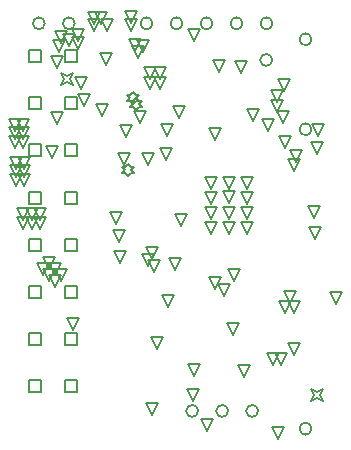
<source format=gbr>
%TF.GenerationSoftware,Altium Limited,Altium Designer,20.2.5 (213)*%
G04 Layer_Color=2752767*
%FSLAX25Y25*%
%MOIN*%
%TF.SameCoordinates,C9AA4840-3426-47ED-90B3-6D3E683A03ED*%
%TF.FilePolarity,Positive*%
%TF.FileFunction,Drawing*%
%TF.Part,Single*%
G01*
G75*
%TA.AperFunction,NonConductor*%
%ADD140C,0.00500*%
%ADD141C,0.00667*%
D140*
X18125Y125976D02*
Y129976D01*
X22125D01*
Y125976D01*
X18125D01*
Y110228D02*
Y114228D01*
X22125D01*
Y110228D01*
X18125D01*
Y94480D02*
Y98480D01*
X22125D01*
Y94480D01*
X18125D01*
Y78732D02*
Y82732D01*
X22125D01*
Y78732D01*
X18125D01*
Y62984D02*
Y66984D01*
X22125D01*
Y62984D01*
X18125D01*
Y47236D02*
Y51236D01*
X22125D01*
Y47236D01*
X18125D01*
Y31488D02*
Y35488D01*
X22125D01*
Y31488D01*
X18125D01*
Y15740D02*
Y19740D01*
X22125D01*
Y15740D01*
X18125D01*
X6314Y125976D02*
Y129976D01*
X10314D01*
Y125976D01*
X6314D01*
Y110228D02*
Y114228D01*
X10314D01*
Y110228D01*
X6314D01*
Y94480D02*
Y98480D01*
X10314D01*
Y94480D01*
X6314D01*
Y78732D02*
Y82732D01*
X10314D01*
Y78732D01*
X6314D01*
Y62984D02*
Y66984D01*
X10314D01*
Y62984D01*
X6314D01*
Y47236D02*
Y51236D01*
X10314D01*
Y47236D01*
X6314D01*
Y31488D02*
Y35488D01*
X10314D01*
Y31488D01*
X6314D01*
Y15740D02*
Y19740D01*
X10314D01*
Y15740D01*
X6314D01*
X47300Y60300D02*
X45300Y64300D01*
X49300D01*
X47300Y60300D01*
X36100Y65800D02*
X34100Y69800D01*
X38100D01*
X36100Y65800D01*
X35100Y71800D02*
X33100Y75800D01*
X37100D01*
X35100Y71800D01*
X45946Y57970D02*
X43946Y61970D01*
X47946D01*
X45946Y57970D01*
X61274Y21312D02*
X59274Y25312D01*
X63274D01*
X61274Y21312D01*
X94515Y28317D02*
X92515Y32317D01*
X96515D01*
X94515Y28317D01*
X90300Y24900D02*
X88300Y28900D01*
X92300D01*
X90300Y24900D01*
X87500D02*
X85500Y28900D01*
X89500D01*
X87500Y24900D01*
X91644Y42395D02*
X89644Y46395D01*
X93644D01*
X91644Y42395D01*
X93120Y45460D02*
X91120Y49460D01*
X95120D01*
X93120Y45460D01*
X94400Y42395D02*
X92400Y46395D01*
X96400D01*
X94400Y42395D01*
X49000Y30200D02*
X47000Y34200D01*
X51000D01*
X49000Y30200D01*
X47100Y8132D02*
X45100Y12132D01*
X49100D01*
X47100Y8132D01*
X60916Y13006D02*
X58916Y17006D01*
X62916D01*
X60916Y13006D01*
X74302Y34935D02*
X72302Y38935D01*
X76302D01*
X74302Y34935D01*
X74435Y52940D02*
X72435Y56940D01*
X76435D01*
X74435Y52940D01*
X68100Y50300D02*
X66100Y54300D01*
X70100D01*
X68100Y50300D01*
X71300Y48000D02*
X69300Y52000D01*
X73300D01*
X71300Y48000D01*
X52542Y44116D02*
X50542Y48116D01*
X54542D01*
X52542Y44116D01*
X77829Y20936D02*
X75829Y24936D01*
X79829D01*
X77829Y20936D01*
X1600Y100100D02*
X-400Y104100D01*
X3600D01*
X1600Y100100D01*
X4200Y102938D02*
X2200Y106938D01*
X6200D01*
X4200Y102938D01*
X1600D02*
X-400Y106938D01*
X3600D01*
X1600Y102938D01*
X4200Y100100D02*
X2200Y104100D01*
X6200D01*
X4200Y100100D01*
X1600Y97262D02*
X-400Y101262D01*
X3600D01*
X1600Y97262D01*
X4200D02*
X2200Y101262D01*
X6200D01*
X4200Y97262D01*
X4600Y84724D02*
X2600Y88724D01*
X6600D01*
X4600Y84724D01*
X2000D02*
X0Y88724D01*
X4000D01*
X2000Y84724D01*
X10000Y70200D02*
X8000Y74200D01*
X12000D01*
X10000Y70200D01*
X7200D02*
X5200Y74200D01*
X9200D01*
X7200Y70200D01*
Y73300D02*
X5200Y77300D01*
X9200D01*
X7200Y73300D01*
X4300D02*
X2300Y77300D01*
X6300D01*
X4300Y73300D01*
X15000Y55000D02*
X13000Y59000D01*
X17000D01*
X15000Y55000D01*
X11000D02*
X9000Y59000D01*
X13000D01*
X11000Y55000D01*
X17000Y53000D02*
X15000Y57000D01*
X19000D01*
X17000Y53000D01*
X54960Y56593D02*
X52960Y60593D01*
X56960D01*
X54960Y56593D01*
X89100Y400D02*
X87100Y4400D01*
X91100D01*
X89100Y400D01*
X72900Y83600D02*
X70900Y87600D01*
X74900D01*
X72900Y83600D01*
X15687Y105281D02*
X13687Y109281D01*
X17686D01*
X15687Y105281D01*
X36500Y58832D02*
X34500Y62832D01*
X38500D01*
X36500Y58832D01*
X102600Y101200D02*
X100600Y105200D01*
X104600D01*
X102600Y101200D01*
X48020Y55759D02*
X46020Y59759D01*
X50020D01*
X48020Y55759D01*
X68094Y100006D02*
X66093Y104006D01*
X70094D01*
X68094Y100006D01*
X94400Y89688D02*
X92400Y93687D01*
X96400D01*
X94400Y89688D01*
X95303Y92509D02*
X93303Y96509D01*
X97303D01*
X95303Y92509D01*
X49800Y120300D02*
X47800Y124300D01*
X51800D01*
X49800Y120300D01*
Y116800D02*
X47800Y120800D01*
X51800D01*
X49800Y116800D01*
X13730Y94000D02*
X11730Y98000D01*
X15730D01*
X13730Y94000D01*
X45945Y91455D02*
X43945Y95455D01*
X47945D01*
X45945Y91455D01*
X78900Y73533D02*
X76900Y77533D01*
X80900D01*
X78900Y73533D01*
X37900Y91500D02*
X35900Y95500D01*
X39900D01*
X37900Y91500D01*
X52200Y101300D02*
X50200Y105300D01*
X54200D01*
X52200Y101300D01*
X39367Y87897D02*
X40367Y88898D01*
X41367D01*
X40367Y89898D01*
X41367Y90898D01*
X40367D01*
X39367Y91897D01*
X38367Y90898D01*
X37367D01*
X38367Y89898D01*
X37367Y88898D01*
X38367D01*
X39367Y87897D01*
X16100Y129400D02*
X14100Y133400D01*
X18100D01*
X16100Y129400D01*
X13000Y53000D02*
X11000Y57000D01*
X15000D01*
X13000Y53000D01*
X91300Y116300D02*
X89300Y120300D01*
X93300D01*
X91300Y116300D01*
X102300Y95300D02*
X100300Y99300D01*
X104300D01*
X102300Y95300D01*
X91600Y97381D02*
X89600Y101381D01*
X93600D01*
X91600Y97381D01*
X30500Y107900D02*
X28500Y111900D01*
X32500D01*
X30500Y107900D01*
X46675Y120300D02*
X44675Y124300D01*
X48675D01*
X46675Y120300D01*
Y116800D02*
X44675Y120800D01*
X48675D01*
X46675Y116800D01*
X20844Y36452D02*
X18844Y40452D01*
X22844D01*
X20844Y36452D01*
X56200Y107400D02*
X54200Y111400D01*
X58200D01*
X56200Y107400D01*
X61300Y132900D02*
X59300Y136900D01*
X63300D01*
X61300Y132900D01*
X40300Y138900D02*
X38300Y142900D01*
X42300D01*
X40300Y138900D01*
X72900Y79000D02*
X70900Y83000D01*
X74900D01*
X72900Y79000D01*
X100100Y13000D02*
X101100Y15000D01*
X100100Y17000D01*
X102100Y16000D01*
X104100Y17000D01*
X103100Y15000D01*
X104100Y13000D01*
X102100Y14000D01*
X100100Y13000D01*
X101600Y67050D02*
X99600Y71050D01*
X103600D01*
X101600Y67050D01*
X65400Y2800D02*
X63400Y6800D01*
X67400D01*
X65400Y2800D01*
X89000Y112700D02*
X87000Y116700D01*
X91000D01*
X89000Y112700D01*
Y109200D02*
X87000Y113200D01*
X91000D01*
X89000Y109200D01*
X56981Y71283D02*
X54981Y75283D01*
X58981D01*
X56981Y71283D01*
X78900Y83600D02*
X76900Y87600D01*
X80900D01*
X78900Y83600D01*
X78898Y78681D02*
X76898Y82681D01*
X80898D01*
X78898Y78681D01*
X66900D02*
X64900Y82681D01*
X68900D01*
X66900Y78681D01*
Y73533D02*
X64900Y77533D01*
X68900D01*
X66900Y73533D01*
X72900D02*
X70900Y77533D01*
X74900D01*
X72900Y73533D01*
X66900Y83600D02*
X64900Y87600D01*
X68900D01*
X66900Y83600D01*
X41700Y129593D02*
X39700Y133592D01*
X43700D01*
X41700Y129593D01*
X42400Y127300D02*
X40400Y131300D01*
X44400D01*
X42400Y127300D01*
X31914Y124744D02*
X29914Y128744D01*
X33914D01*
X31914Y124744D01*
X16800Y118095D02*
X17800Y120095D01*
X16800Y122095D01*
X18800Y121095D01*
X20800Y122095D01*
X19800Y120095D01*
X20800Y118095D01*
X18800Y119095D01*
X16800Y118095D01*
X15700Y124000D02*
X13700Y128000D01*
X17700D01*
X15700Y124000D01*
X40970Y112028D02*
X41970Y113028D01*
X42970D01*
X41970Y114028D01*
X42970Y115028D01*
X41970D01*
X40970Y116028D01*
X39970Y115028D01*
X38970D01*
X39970Y114028D01*
X38970Y113028D01*
X39970D01*
X40970Y112028D01*
X42058Y109828D02*
X43058Y110828D01*
X44058D01*
X43058Y111828D01*
X44058Y112828D01*
X43058D01*
X42058Y113828D01*
X41058Y112828D01*
X40058D01*
X41058Y111828D01*
X40058Y110828D01*
X41058D01*
X42058Y109828D01*
X27800Y138500D02*
X25800Y142500D01*
X29800D01*
X27800Y138500D01*
X30300D02*
X28300Y142500D01*
X32300D01*
X30300Y138500D01*
X32100Y136216D02*
X30100Y140216D01*
X34100D01*
X32100Y136216D01*
X80800Y106200D02*
X78800Y110200D01*
X82800D01*
X80800Y106200D01*
X72900Y68500D02*
X70900Y72500D01*
X74900D01*
X72900Y68500D01*
X44200Y129300D02*
X42200Y133300D01*
X46200D01*
X44200Y129300D01*
X40300Y136100D02*
X38300Y140100D01*
X42300D01*
X40300Y136100D01*
X27800D02*
X25800Y140100D01*
X29800D01*
X27800Y136100D01*
X22400Y130200D02*
X20400Y134200D01*
X24400D01*
X22400Y130200D01*
Y132800D02*
X20400Y136800D01*
X24400D01*
X22400Y132800D01*
X19500Y131100D02*
X17500Y135100D01*
X21500D01*
X19500Y131100D01*
X17000Y132400D02*
X15000Y136400D01*
X19000D01*
X17000Y132400D01*
X23700Y117001D02*
X21700Y121002D01*
X25700D01*
X23700Y117001D01*
X24700Y111300D02*
X22700Y115300D01*
X26700D01*
X24700Y111300D01*
X76800Y122200D02*
X74800Y126200D01*
X78800D01*
X76800Y122200D01*
X69548Y122679D02*
X67549Y126680D01*
X71548D01*
X69548Y122679D01*
X86000Y102800D02*
X84000Y106800D01*
X88000D01*
X86000Y102800D01*
X38700Y101000D02*
X36700Y105000D01*
X40700D01*
X38700Y101000D01*
X43200Y105600D02*
X41200Y109600D01*
X45200D01*
X43200Y105600D01*
X66900Y68500D02*
X64900Y72500D01*
X68900D01*
X66900Y68500D01*
X78900D02*
X76900Y72500D01*
X80900D01*
X78900Y68500D01*
X4600Y87562D02*
X2600Y91562D01*
X6600D01*
X4600Y87562D01*
X2000Y90400D02*
X0Y94400D01*
X4000D01*
X2000Y90400D01*
X4600D02*
X2600Y94400D01*
X6600D01*
X4600Y90400D01*
X2000Y87562D02*
X0Y91562D01*
X4000D01*
X2000Y87562D01*
X4300Y70200D02*
X2300Y74200D01*
X6300D01*
X4300Y70200D01*
X10000Y73300D02*
X8000Y77300D01*
X12000D01*
X10000Y73300D01*
X51919Y93220D02*
X49919Y97220D01*
X53919D01*
X51919Y93220D01*
X13000Y57000D02*
X11000Y61000D01*
X15000D01*
X13000Y57000D01*
X15000Y51000D02*
X13000Y55000D01*
X17000D01*
X15000Y51000D01*
X101203Y73747D02*
X99203Y77746D01*
X103203D01*
X101203Y73747D01*
X91000Y105700D02*
X89000Y109700D01*
X93000D01*
X91000Y105700D01*
X108600Y45400D02*
X106600Y49400D01*
X110600D01*
X108600Y45400D01*
D141*
X87400Y138800D02*
G03*
X87400Y138800I-2000J0D01*
G01*
X77400D02*
G03*
X77400Y138800I-2000J0D01*
G01*
X67400D02*
G03*
X67400Y138800I-2000J0D01*
G01*
X57400D02*
G03*
X57400Y138800I-2000J0D01*
G01*
X47400D02*
G03*
X47400Y138800I-2000J0D01*
G01*
X82600Y9600D02*
G03*
X82600Y9600I-2000J0D01*
G01*
X72600D02*
G03*
X72600Y9600I-2000J0D01*
G01*
X62600D02*
G03*
X62600Y9600I-2000J0D01*
G01*
X11500Y138800D02*
G03*
X11500Y138800I-2000J0D01*
G01*
X21500D02*
G03*
X21500Y138800I-2000J0D01*
G01*
X87293Y126597D02*
G03*
X87293Y126597I-2000J0D01*
G01*
X100400Y3703D02*
G03*
X100400Y3703I-2000J0D01*
G01*
Y103500D02*
G03*
X100400Y103500I-2000J0D01*
G01*
Y133500D02*
G03*
X100400Y133500I-2000J0D01*
G01*
%TF.MD5,6c16881d0c1ded72ea459424e410b54f*%
M02*

</source>
